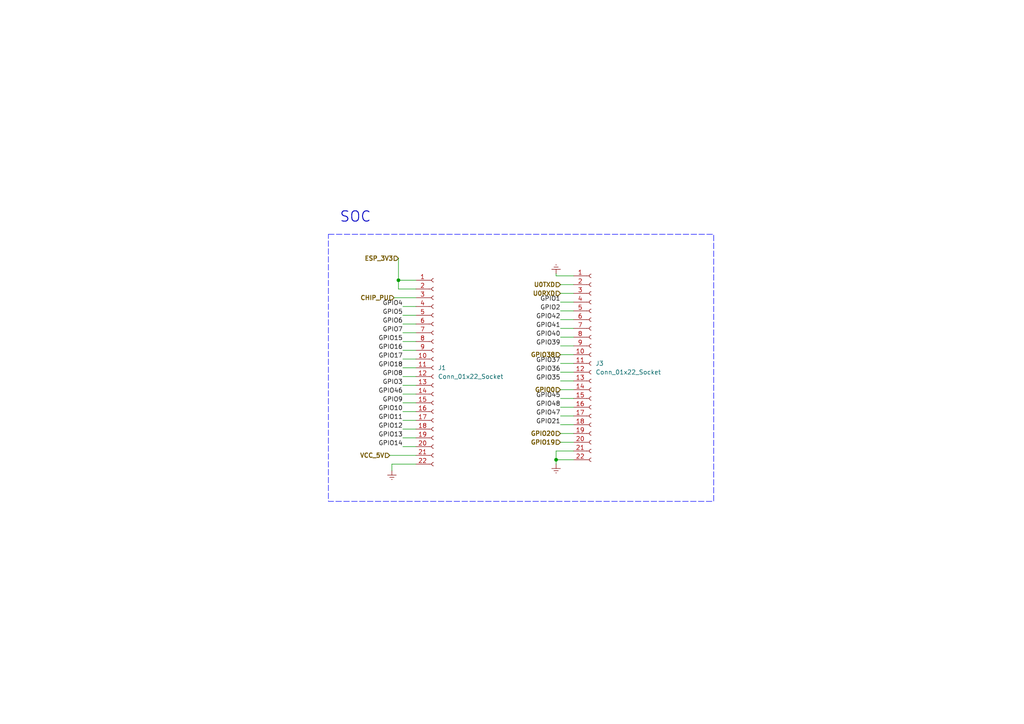
<source format=kicad_sch>
(kicad_sch (version 20231120) (generator "eeschema") (generator_version "8.0")
  (paper "A4")
  (title_block (title "ICARUS-2 OBDH") (date "2024-03-15") (rev "POC 2.0") (comment 2 "WILLIAN BUENO SANTOS") (comment 3 "ISRAEL RODRIGUES DUTRA") (comment 4 "ADRIANO CÉSAR DE SOUSA PEREIRA"))
  (lib_symbols
    (symbol "Connector:Conn_01x22_Socket" (pin_names (offset 1.016) hide)
      (property "Reference" "J" (at 0 27.94 0))
      (property "Value" "Conn_01x22_Socket" (at 0 -30.48 0))
      (symbol "Conn_01x22_Socket_1_1"
        (arc (start 0 -27.432) (mid -0.5058 -27.94) (end 0 -28.448) (stroke (width 0.1524)))
        (arc (start 0 -24.892) (mid -0.5058 -25.4) (end 0 -25.908) (stroke (width 0.1524)))
        (arc (start 0 -22.352) (mid -0.5058 -22.86) (end 0 -23.368) (stroke (width 0.1524)))
        (arc (start 0 -19.812) (mid -0.5058 -20.32) (end 0 -20.828) (stroke (width 0.1524)))
        (arc (start 0 -17.272) (mid -0.5058 -17.78) (end 0 -18.288) (stroke (width 0.1524)))
        (arc (start 0 -14.732) (mid -0.5058 -15.24) (end 0 -15.748) (stroke (width 0.1524)))
        (arc (start 0 -12.192) (mid -0.5058 -12.7) (end 0 -13.208) (stroke (width 0.1524)))
        (arc (start 0 -9.652) (mid -0.5058 -10.16) (end 0 -10.668) (stroke (width 0.1524)))
        (arc (start 0 -7.112) (mid -0.5058 -7.62) (end 0 -8.128) (stroke (width 0.1524)))
        (arc (start 0 -4.572) (mid -0.5058 -5.08) (end 0 -5.588) (stroke (width 0.1524)))
        (arc (start 0 -2.032) (mid -0.5058 -2.54) (end 0 -3.048) (stroke (width 0.1524)))
        (polyline (pts (xy -1.27 -27.94) (xy -0.508 -27.94)) (stroke (width 0.1524)))
        (polyline (pts (xy -1.27 -25.4) (xy -0.508 -25.4)) (stroke (width 0.1524)))
        (polyline (pts (xy -1.27 -22.86) (xy -0.508 -22.86)) (stroke (width 0.1524)))
        (polyline (pts (xy -1.27 -20.32) (xy -0.508 -20.32)) (stroke (width 0.1524)))
        (polyline (pts (xy -1.27 -17.78) (xy -0.508 -17.78)) (stroke (width 0.1524)))
        (polyline (pts (xy -1.27 -15.24) (xy -0.508 -15.24)) (stroke (width 0.1524)))
        (polyline (pts (xy -1.27 -12.7) (xy -0.508 -12.7)) (stroke (width 0.1524)))
        (polyline (pts (xy -1.27 -10.16) (xy -0.508 -10.16)) (stroke (width 0.1524)))
        (polyline (pts (xy -1.27 -7.62) (xy -0.508 -7.62)) (stroke (width 0.1524)))
        (polyline (pts (xy -1.27 -5.08) (xy -0.508 -5.08)) (stroke (width 0.1524)))
        (polyline (pts (xy -1.27 -2.54) (xy -0.508 -2.54)) (stroke (width 0.1524)))
        (polyline (pts (xy -1.27 0) (xy -0.508 0)) (stroke (width 0.1524)))
        (polyline (pts (xy -1.27 2.54) (xy -0.508 2.54)) (stroke (width 0.1524)))
        (polyline (pts (xy -1.27 5.08) (xy -0.508 5.08)) (stroke (width 0.1524)))
        (polyline (pts (xy -1.27 7.62) (xy -0.508 7.62)) (stroke (width 0.1524)))
        (polyline (pts (xy -1.27 10.16) (xy -0.508 10.16)) (stroke (width 0.1524)))
        (polyline (pts (xy -1.27 12.7) (xy -0.508 12.7)) (stroke (width 0.1524)))
        (polyline (pts (xy -1.27 15.24) (xy -0.508 15.24)) (stroke (width 0.1524)))
        (polyline (pts (xy -1.27 17.78) (xy -0.508 17.78)) (stroke (width 0.1524)))
        (polyline (pts (xy -1.27 20.32) (xy -0.508 20.32)) (stroke (width 0.1524)))
        (polyline (pts (xy -1.27 22.86) (xy -0.508 22.86)) (stroke (width 0.1524)))
        (polyline (pts (xy -1.27 25.4) (xy -0.508 25.4)) (stroke (width 0.1524)))
        (arc (start 0 0.508) (mid -0.5058 0) (end 0 -0.508) (stroke (width 0.1524)))
        (arc (start 0 3.048) (mid -0.5058 2.54) (end 0 2.032) (stroke (width 0.1524)))
        (arc (start 0 5.588) (mid -0.5058 5.08) (end 0 4.572) (stroke (width 0.1524)))
        (arc (start 0 8.128) (mid -0.5058 7.62) (end 0 7.112) (stroke (width 0.1524)))
        (arc (start 0 10.668) (mid -0.5058 10.16) (end 0 9.652) (stroke (width 0.1524)))
        (arc (start 0 13.208) (mid -0.5058 12.7) (end 0 12.192) (stroke (width 0.1524)))
        (arc (start 0 15.748) (mid -0.5058 15.24) (end 0 14.732) (stroke (width 0.1524)))
        (arc (start 0 18.288) (mid -0.5058 17.78) (end 0 17.272) (stroke (width 0.1524)))
        (arc (start 0 20.828) (mid -0.5058 20.32) (end 0 19.812) (stroke (width 0.1524)))
        (arc (start 0 23.368) (mid -0.5058 22.86) (end 0 22.352) (stroke (width 0.1524)))
        (arc (start 0 25.908) (mid -0.5058 25.4) (end 0 24.892) (stroke (width 0.1524)))
        (pin passive line (at -5.08 25.4 0) (length 3.81) (name "Pin_1") (number "1"))
        (pin passive line (at -5.08 2.54 0) (length 3.81) (name "Pin_10") (number "10"))
        (pin passive line (at -5.08 0 0) (length 3.81) (name "Pin_11") (number "11"))
        (pin passive line (at -5.08 -2.54 0) (length 3.81) (name "Pin_12") (number "12"))
        (pin passive line (at -5.08 -5.08 0) (length 3.81) (name "Pin_13") (number "13"))
        (pin passive line (at -5.08 -7.62 0) (length 3.81) (name "Pin_14") (number "14"))
        (pin passive line (at -5.08 -10.16 0) (length 3.81) (name "Pin_15") (number "15"))
        (pin passive line (at -5.08 -12.7 0) (length 3.81) (name "Pin_16") (number "16"))
        (pin passive line (at -5.08 -15.24 0) (length 3.81) (name "Pin_17") (number "17"))
        (pin passive line (at -5.08 -17.78 0) (length 3.81) (name "Pin_18") (number "18"))
        (pin passive line (at -5.08 -20.32 0) (length 3.81) (name "Pin_19") (number "19"))
        (pin passive line (at -5.08 22.86 0) (length 3.81) (name "Pin_2") (number "2"))
        (pin passive line (at -5.08 -22.86 0) (length 3.81) (name "Pin_20") (number "20"))
        (pin passive line (at -5.08 -25.4 0) (length 3.81) (name "Pin_21") (number "21"))
        (pin passive line (at -5.08 -27.94 0) (length 3.81) (name "Pin_22") (number "22"))
        (pin passive line (at -5.08 20.32 0) (length 3.81) (name "Pin_3") (number "3"))
        (pin passive line (at -5.08 17.78 0) (length 3.81) (name "Pin_4") (number "4"))
        (pin passive line (at -5.08 15.24 0) (length 3.81) (name "Pin_5") (number "5"))
        (pin passive line (at -5.08 12.7 0) (length 3.81) (name "Pin_6") (number "6"))
        (pin passive line (at -5.08 10.16 0) (length 3.81) (name "Pin_7") (number "7"))
        (pin passive line (at -5.08 7.62 0) (length 3.81) (name "Pin_8") (number "8"))
        (pin passive line (at -5.08 5.08 0) (length 3.81) (name "Pin_9") (number "9"))
      )
    )
    (symbol "power:Earth" (power) (pin_names (offset 0))
      (symbol "Earth_0_1"
        (polyline (pts (xy -0.635 -1.905) (xy 0.635 -1.905)))
        (polyline (pts (xy -0.127 -2.54) (xy 0.127 -2.54)))
        (polyline (pts (xy 0 -1.27) (xy 0 0)))
        (polyline (pts (xy 1.27 -1.27) (xy -1.27 -1.27)))
      )
      (symbol "Earth_1_1"
        (pin power_in line (at 0 0 270) (length 0) hide (name "Earth") (number "1"))
      )
    )
  )
  (junction (at 115.57 81.28))
  (junction (at 161.29 133.35))
  (wire (pts (xy 116.84 129.54) (xy 120.65 129.54)))
  (wire (pts (xy 113.665 136.525) (xy 113.665 134.62)))
  (wire (pts (xy 116.84 114.3) (xy 120.65 114.3)))
  (wire (pts (xy 116.84 91.44) (xy 120.65 91.44)))
  (wire (pts (xy 161.29 80.01) (xy 161.29 79.375)))
  (wire (pts (xy 162.56 120.65) (xy 166.37 120.65)))
  (wire (pts (xy 115.57 74.93) (xy 115.57 81.28)))
  (wire (pts (xy 162.56 100.33) (xy 166.37 100.33)))
  (wire (pts (xy 162.56 115.57) (xy 166.37 115.57)))
  (wire (pts (xy 114.3 86.36) (xy 120.65 86.36)))
  (wire (pts (xy 116.84 111.76) (xy 120.65 111.76)))
  (wire (pts (xy 116.84 88.9) (xy 120.65 88.9)))
  (wire (pts (xy 120.65 81.28) (xy 115.57 81.28)))
  (wire (pts (xy 116.84 121.92) (xy 120.65 121.92)))
  (wire (pts (xy 116.84 104.14) (xy 120.65 104.14)))
  (wire (pts (xy 115.57 83.82) (xy 115.57 81.28)))
  (wire (pts (xy 116.84 106.68) (xy 120.65 106.68)))
  (wire (pts (xy 113.665 134.62) (xy 120.65 134.62)))
  (wire (pts (xy 162.56 95.25) (xy 166.37 95.25)))
  (wire (pts (xy 113.03 132.08) (xy 120.65 132.08)))
  (wire (pts (xy 161.29 130.81) (xy 161.29 133.35)))
  (wire (pts (xy 116.84 127) (xy 120.65 127)))
  (wire (pts (xy 162.56 105.41) (xy 166.37 105.41)))
  (wire (pts (xy 116.84 116.84) (xy 120.65 116.84)))
  (wire (pts (xy 166.37 80.01) (xy 161.29 80.01)))
  (wire (pts (xy 116.84 99.06) (xy 120.65 99.06)))
  (wire (pts (xy 162.56 102.87) (xy 166.37 102.87)))
  (wire (pts (xy 116.84 101.6) (xy 120.65 101.6)))
  (wire (pts (xy 162.56 118.11) (xy 166.37 118.11)))
  (wire (pts (xy 116.84 109.22) (xy 120.65 109.22)))
  (wire (pts (xy 162.56 82.55) (xy 166.37 82.55)))
  (wire (pts (xy 162.56 90.17) (xy 166.37 90.17)))
  (wire (pts (xy 162.56 113.03) (xy 166.37 113.03)))
  (wire (pts (xy 162.56 85.09) (xy 166.37 85.09)))
  (wire (pts (xy 120.65 83.82) (xy 115.57 83.82)))
  (wire (pts (xy 162.56 123.19) (xy 166.37 123.19)))
  (wire (pts (xy 162.56 125.73) (xy 166.37 125.73)))
  (wire (pts (xy 116.84 93.98) (xy 120.65 93.98)))
  (wire (pts (xy 162.56 128.27) (xy 166.37 128.27)))
  (wire (pts (xy 116.84 124.46) (xy 120.65 124.46)))
  (wire (pts (xy 116.84 96.52) (xy 120.65 96.52)))
  (wire (pts (xy 166.37 130.81) (xy 161.29 130.81)))
  (wire (pts (xy 162.56 87.63) (xy 166.37 87.63)))
  (wire (pts (xy 162.56 107.95) (xy 166.37 107.95)))
  (wire (pts (xy 161.29 133.35) (xy 161.29 134.62)))
  (wire (pts (xy 162.56 110.49) (xy 166.37 110.49)))
  (wire (pts (xy 116.84 119.38) (xy 120.65 119.38)))
  (wire (pts (xy 166.37 133.35) (xy 161.29 133.35)))
  (wire (pts (xy 162.56 97.79) (xy 166.37 97.79)))
  (wire (pts (xy 162.56 92.71) (xy 166.37 92.71)))
  (rectangle (start 95.25 67.945) (end 207.01 145.415) (stroke (width 0) (type dash) (color 0 0 255 1)))
  (text "SOC" (at 98.425 64.77 0) (effects (font (size 3 3) (thickness 0.254) (bold yes)) (justify left bottom)))
  (label "GPIO40" (at 162.56 97.79 180))
  (label "GPIO42" (at 162.56 92.71 180))
  (label "GPIO12" (at 116.84 124.46 180))
  (label "GPIO39" (at 162.56 100.33 180))
  (label "GPIO13" (at 116.84 127 180))
  (label "GPIO10" (at 116.84 119.38 180))
  (label "GPIO8" (at 116.84 109.22 180))
  (label "GPIO3" (at 116.84 111.76 180))
  (label "GPIO9" (at 116.84 116.84 180))
  (label "GPIO21" (at 162.56 123.19 180))
  (label "GPIO36" (at 162.56 107.95 180))
  (label "GPIO46" (at 116.84 114.3 180))
  (label "GPIO37" (at 162.56 105.41 180))
  (label "GPIO45" (at 162.56 115.57 180))
  (label "GPIO48" (at 162.56 118.11 180))
  (label "GPIO7" (at 116.84 96.52 180))
  (label "GPIO11" (at 116.84 121.92 180))
  (label "GPIO5" (at 116.84 91.44 180))
  (label "GPIO41" (at 162.56 95.25 180))
  (label "GPIO6" (at 116.84 93.98 180))
  (label "GPIO17" (at 116.84 104.14 180))
  (label "GPIO35" (at 162.56 110.49 180))
  (label "GPIO47" (at 162.56 120.65 180))
  (label "GPIO1" (at 162.56 87.63 180))
  (label "GPIO14" (at 116.84 129.54 180))
  (label "GPIO2" (at 162.56 90.17 180))
  (label "GPIO4" (at 116.84 88.9 180))
  (label "GPIO15" (at 116.84 99.06 180))
  (label "GPIO18" (at 116.84 106.68 180))
  (label "GPIO16" (at 116.84 101.6 180))
  (hierarchical_label "U0RXD" (shape input) (at 162.56 85.09 180) (effects (font (bold yes))))
  (hierarchical_label "VCC_5V" (shape input) (at 113.03 132.08 180) (effects (font (bold yes))))
  (hierarchical_label "ESP_3V3" (shape input) (at 115.57 74.93 180) (effects (font (bold yes))))
  (hierarchical_label "CHIP_PU" (shape input) (at 114.3 86.36 180) (effects (font (bold yes))))
  (hierarchical_label "U0TXD" (shape input) (at 162.56 82.55 180) (effects (font (bold yes))))
  (hierarchical_label "GPIO20" (shape input) (at 162.56 125.73 180) (effects (font (bold yes))))
  (hierarchical_label "GPIO0" (shape input) (at 162.56 113.03 180) (effects (font (bold yes))))
  (hierarchical_label "GPIO38" (shape input) (at 162.56 102.87 180) (effects (font (bold yes))))
  (hierarchical_label "GPIO19" (shape input) (at 162.56 128.27 180) (effects (font (bold yes))))
  (symbol (lib_id "power:Earth") (at 113.665 136.525 0) (unit 1)
    (property "Reference" "#PWR010" (effects (hide yes)))
    (property "Value" "Earth" (effects (hide yes)))
  )
  (symbol (lib_id "power:Earth") (at 161.29 134.62 0) (unit 1)
    (property "Reference" "#PWR011" (effects (hide yes)))
    (property "Value" "Earth" (effects (hide yes)))
  )
  (symbol (lib_id "Connector:Conn_01x22_Socket") (at 171.45 105.41 0) (unit 1)
    (property "Reference" "J3" (at 172.72 105.4099 0) (effects (justify left)))
    (property "Value" "Conn_01x22_Socket" (at 172.72 107.9499 0) (effects (justify left)))
    (property "Footprint" "Connector_PinSocket_2.54mm:PinSocket_1x22_P2.54mm_Vertical" (effects (hide yes)))
  )
  (symbol (lib_id "power:Earth") (at 161.29 79.375 180) (unit 1)
    (property "Reference" "#PWR012" (effects (hide yes)))
    (property "Value" "Earth" (effects (hide yes)))
  )
  (symbol (lib_id "Connector:Conn_01x22_Socket") (at 125.73 106.68 0) (unit 1)
    (property "Reference" "J1" (at 127 106.6799 0) (effects (justify left)))
    (property "Value" "Conn_01x22_Socket" (at 127 109.2199 0) (effects (justify left)))
    (property "Footprint" "Connector_PinSocket_2.54mm:PinSocket_1x22_P2.54mm_Vertical" (effects (hide yes)))
  )
)
</source>
